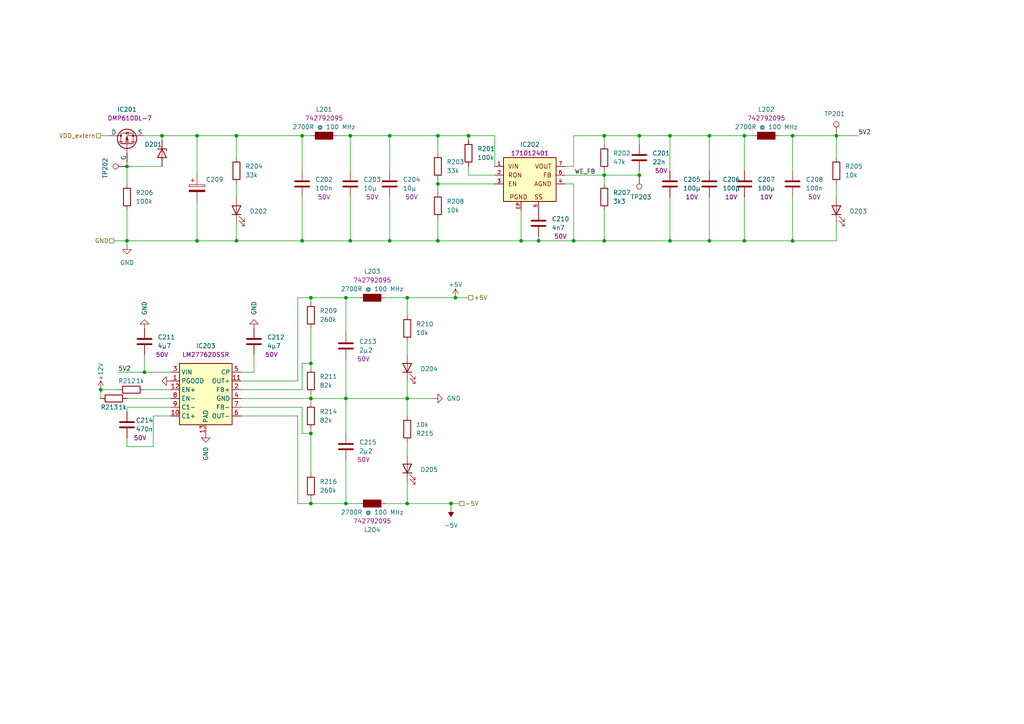
<source format=kicad_sch>
(kicad_sch (version 20230121) (generator eeschema)
  (paper "A4")
  (lib_symbols
    (symbol "BestParts_ICs:171020601-MAGI³C-VDRM" (pin_names (offset 1.016))
      (property "Reference" "IC" (at 0 10.16 0))
      (property "Part Number" "171012401" (at 0 8.89 0))
      (symbol "171020601-MAGI³C-VDRM_0_0"
        (rectangle (start -7.62 7.62) (end 7.62 -5.08) (stroke (width 0.254)) (fill (type background)))
        (text "AGND" (at 6.35 0 0) (effects (font (size 1.27 1.27)) (justify right)))
        (text "EN" (at -6.35 0 0) (effects (font (size 1.27 1.27)) (justify left)))
        (text "FB" (at 6.35 2.54 0) (effects (font (size 1.27 1.27)) (justify right)))
        (text "PGND" (at -3.302 -3.81 0) (effects (font (size 1.27 1.27))))
        (text "RON" (at -6.35 2.54 0) (effects (font (size 1.27 1.27)) (justify left)))
        (text "SS" (at 2.54 -3.81 0) (effects (font (size 1.27 1.27))))
        (text "VIN" (at -6.35 5.08 0) (effects (font (size 1.27 1.27)) (justify left)))
        (text "VOUT" (at 6.35 5.08 0) (effects (font (size 1.27 1.27)) (justify right)))
      )
      (symbol "171020601-MAGI³C-VDRM_1_0"
        (pin passive line (at -10.16 5.08 0) (length 2.54) (name "~") (number "1"))
        (pin passive line (at -10.16 2.54 0) (length 2.54) (name "~") (number "2"))
        (pin passive line (at -10.16 0 0) (length 2.54) (name "~") (number "3"))
        (pin passive line (at 10.16 0 180) (length 2.54) (name "~") (number "4"))
        (pin passive line (at 2.54 -7.62 90) (length 2.54) (name "~") (number "5"))
        (pin passive line (at 10.16 2.54 180) (length 2.54) (name "~") (number "6"))
        (pin passive line (at 10.16 5.08 180) (length 2.54) (name "~") (number "7"))
        (pin passive line (at -2.54 -7.62 90) (length 2.54) (name "~") (number "EP"))
      )
    )
    (symbol "BestParts_ICs:LM27762DSSR"
      (property "Reference" "IC203" (at 0 13.97 0))
      (property "Part Number" "LM27762DSSR" (at 0 11.43 0))
      (symbol "LM27762DSSR_1_1"
        (rectangle (start -7.62 8.89) (end 7.62 -8.89) (stroke (width 0.254)) (fill (type background)))
        (pin output line (at -10.16 3.81 0) (length 2.54) (name "PGOOD") (number "1"))
        (pin power_in line (at -10.16 -6.35 0) (length 2.54) (name "C1+") (number "10"))
        (pin power_in line (at 10.16 3.81 180) (length 2.54) (name "OUT+") (number "11"))
        (pin input line (at -10.16 1.27 0) (length 2.54) (name "EN+") (number "12"))
        (pin power_in line (at 0 -11.43 90) (length 2.54) (name "PAD") (number "13"))
        (pin power_in line (at 10.16 1.27 180) (length 2.54) (name "FB+") (number "2"))
        (pin power_in line (at -10.16 6.35 0) (length 2.54) (name "VIN") (number "3"))
        (pin power_in line (at 10.16 -1.27 180) (length 2.54) (name "GND") (number "4"))
        (pin power_in line (at 10.16 6.35 180) (length 2.54) (name "CP") (number "5"))
        (pin power_in line (at 10.16 -6.35 180) (length 2.54) (name "OUT-") (number "6"))
        (pin power_in line (at 10.16 -3.81 180) (length 2.54) (name "FB-") (number "7"))
        (pin input line (at -10.16 -1.27 0) (length 2.54) (name "EN-") (number "8"))
        (pin power_in line (at -10.16 -3.81 0) (length 2.54) (name "C1-") (number "9"))
      )
    )
    (symbol "Connector:TestPoint" (pin_numbers hide) (pin_names (offset 0.762) hide)
      (property "Reference" "TP" (at 0 6.858 0))
      (property "Value" "TestPoint" (at 0 5.08 0))
      (symbol "TestPoint_0_1"
        (circle (center 0 3.302) (radius 0.762))
      )
      (symbol "TestPoint_1_1"
        (pin passive line (at 0 0 90) (length 2.54) (name "1") (number "1"))
      )
    )
    (symbol "Device:C" (pin_numbers hide) (pin_names (offset 0.254))
      (property "Reference" "C" (at 0.635 2.54 0))
      (property "Value" "C" (at 0.635 -2.54 0))
      (symbol "C_0_1"
        (polyline (pts (xy -2.032 -0.762) (xy 2.032 -0.762)) (stroke (width 0.508)))
        (polyline (pts (xy -2.032 0.762) (xy 2.032 0.762)) (stroke (width 0.508)))
      )
      (symbol "C_1_1"
        (pin passive line (at 0 3.81 270) (length 2.794) (name "~") (number "1"))
        (pin passive line (at 0 -3.81 90) (length 2.794) (name "~") (number "2"))
      )
    )
    (symbol "Device:C_Polarized" (pin_numbers hide) (pin_names (offset 0.254))
      (property "Reference" "C" (at 0.635 2.54 0))
      (property "Value" "C_Polarized" (at 0.635 -2.54 0))
      (symbol "C_Polarized_0_1"
        (rectangle (start -2.286 0.508) (end 2.286 1.016))
        (polyline (pts (xy -1.778 2.286) (xy -0.762 2.286)))
        (polyline (pts (xy -1.27 2.794) (xy -1.27 1.778)))
        (rectangle (start 2.286 -0.508) (end -2.286 -1.016) (fill (type outline)))
      )
      (symbol "C_Polarized_1_1"
        (pin passive line (at 0 3.81 270) (length 2.794) (name "~") (number "1"))
        (pin passive line (at 0 -3.81 90) (length 2.794) (name "~") (number "2"))
      )
    )
    (symbol "Device:D_Zener" (pin_numbers hide) (pin_names (offset 1.016) hide)
      (property "Reference" "D" (at 0 2.54 0))
      (property "Value" "D_Zener" (at 0 -2.54 0))
      (symbol "D_Zener_0_1"
        (polyline (pts (xy 1.27 0) (xy -1.27 0)))
        (polyline (pts (xy -1.27 -1.27) (xy -1.27 1.27) (xy -0.762 1.27)) (stroke (width 0.254)))
        (polyline (pts (xy 1.27 -1.27) (xy 1.27 1.27) (xy -1.27 0) (xy 1.27 -1.27)) (stroke (width 0.254)))
      )
      (symbol "D_Zener_1_1"
        (pin passive line (at -3.81 0 0) (length 2.54) (name "K") (number "1"))
        (pin passive line (at 3.81 0 180) (length 2.54) (name "A") (number "2"))
      )
    )
    (symbol "Device:LED" (pin_numbers hide) (pin_names (offset 1.016) hide)
      (property "Reference" "D" (at 0 2.54 0))
      (property "Value" "LED" (at 0 -2.54 0))
      (symbol "LED_0_1"
        (polyline (pts (xy -1.27 -1.27) (xy -1.27 1.27)) (stroke (width 0.254)))
        (polyline (pts (xy -1.27 0) (xy 1.27 0)))
        (polyline (pts (xy 1.27 -1.27) (xy 1.27 1.27) (xy -1.27 0) (xy 1.27 -1.27)) (stroke (width 0.254)))
        (polyline (pts (xy -3.048 -0.762) (xy -4.572 -2.286) (xy -3.81 -2.286) (xy -4.572 -2.286) (xy -4.572 -1.524)))
        (polyline (pts (xy -1.778 -0.762) (xy -3.302 -2.286) (xy -2.54 -2.286) (xy -3.302 -2.286) (xy -3.302 -1.524)))
      )
      (symbol "LED_1_1"
        (pin passive line (at -3.81 0 0) (length 2.54) (name "K") (number "1"))
        (pin passive line (at 3.81 0 180) (length 2.54) (name "A") (number "2"))
      )
    )
    (symbol "Device:R" (pin_numbers hide) (pin_names (offset 0))
      (property "Reference" "R" (at 2.032 0 90))
      (property "Value" "R" (at 0 0 90))
      (symbol "R_0_1"
        (rectangle (start -1.016 -2.54) (end 1.016 2.54) (stroke (width 0.254)))
      )
      (symbol "R_1_1"
        (pin passive line (at 0 3.81 270) (length 1.27) (name "~") (number "1"))
        (pin passive line (at 0 -3.81 90) (length 1.27) (name "~") (number "2"))
      )
    )
    (symbol "Ferrit_1" (pin_numbers hide)
      (property "Reference" "L" (at 0 2.54 0))
      (symbol "Ferrit_1_1_1"
        (rectangle (start -2.54 1.016) (end 2.54 -1.016) (stroke (width 0.254)) (fill (type outline)))
        (pin passive line (at -3.81 0 0) (length 1.27) (name "") (number "1"))
        (pin passive line (at 3.81 0 180) (length 1.27) (name "") (number "2"))
      )
    )
    (symbol "Simulation_SPICE:PMOS" (pin_numbers hide) (pin_names (offset 0))
      (property "Reference" "IC201" (at 0 10.16 90))
      (property "Part Number" "DMP610DL-7 " (at -2.54 8.89 90))
      (symbol "PMOS_0_1"
        (polyline (pts (xy 0.254 0) (xy -2.54 0)))
        (polyline (pts (xy 0.254 1.905) (xy 0.254 -1.905)) (stroke (width 0.254)))
        (polyline (pts (xy 0.762 -1.27) (xy 0.762 -2.286)) (stroke (width 0.254)))
        (polyline (pts (xy 0.762 0.508) (xy 0.762 -0.508)) (stroke (width 0.254)))
        (polyline (pts (xy 0.762 2.286) (xy 0.762 1.27)) (stroke (width 0.254)))
        (polyline (pts (xy 2.54 2.54) (xy 2.54 1.778)))
        (polyline (pts (xy 2.54 -2.54) (xy 2.54 0) (xy 0.762 0)))
        (polyline (pts (xy 0.762 1.778) (xy 3.302 1.778) (xy 3.302 -1.778) (xy 0.762 -1.778)))
        (polyline (pts (xy 2.286 0) (xy 1.27 0.381) (xy 1.27 -0.381) (xy 2.286 0)) (fill (type outline)))
        (polyline (pts (xy 2.794 -0.508) (xy 2.921 -0.381) (xy 3.683 -0.381) (xy 3.81 -0.254)))
        (polyline (pts (xy 3.302 -0.381) (xy 2.921 0.254) (xy 3.683 0.254) (xy 3.302 -0.381)))
        (circle (center 1.651 0) (radius 2.794) (stroke (width 0.254)))
        (circle (center 2.54 -1.778) (radius 0.254) (fill (type outline)))
        (circle (center 2.54 1.778) (radius 0.254) (fill (type outline)))
      )
      (symbol "PMOS_1_1"
        (pin input line (at -5.08 0 0) (length 2.54) (name "G") (number "1"))
        (pin passive line (at 2.54 -5.08 90) (length 2.54) (name "S") (number "2"))
        (pin passive line (at 2.54 5.08 270) (length 2.54) (name "D") (number "3"))
      )
    )
    (symbol "power:+12V" (power) (pin_names (offset 0))
      (property "Value" "+12V" (at 0 3.556 0))
      (symbol "+12V_0_1"
        (polyline (pts (xy -0.762 1.27) (xy 0 2.54)))
        (polyline (pts (xy 0 0) (xy 0 2.54)))
        (polyline (pts (xy 0 2.54) (xy 0.762 1.27)))
      )
      (symbol "+12V_1_1"
        (pin power_in line (at 0 0 90) (length 0) hide (name "+12V") (number "1"))
      )
    )
    (symbol "power:+5V" (power) (pin_names (offset 0))
      (property "Value" "+5V" (at 0 3.556 0))
      (symbol "+5V_0_1"
        (polyline (pts (xy -0.762 1.27) (xy 0 2.54)))
        (polyline (pts (xy 0 0) (xy 0 2.54)))
        (polyline (pts (xy 0 2.54) (xy 0.762 1.27)))
      )
      (symbol "+5V_1_1"
        (pin power_in line (at 0 0 90) (length 0) hide (name "+5V") (number "1"))
      )
    )
    (symbol "power:-5V" (power) (pin_names (offset 0))
      (property "Value" "-5V" (at 0 3.81 0))
      (symbol "-5V_0_0"
        (pin power_in line (at 0 0 90) (length 0) hide (name "-5V") (number "1"))
      )
      (symbol "-5V_0_1"
        (polyline (pts (xy 0 0) (xy 0 1.27) (xy 0.762 1.27) (xy 0 2.54) (xy -0.762 1.27) (xy 0 1.27)) (fill (type outline)))
      )
    )
    (symbol "power:GND" (power) (pin_names (offset 0))
      (property "Value" "GND" (at 0 -3.81 0))
      (symbol "GND_0_1"
        (polyline (pts (xy 0 0) (xy 0 -1.27) (xy 1.27 -1.27) (xy 0 -2.54) (xy -1.27 -1.27) (xy 0 -1.27)))
      )
      (symbol "GND_1_1"
        (pin power_in line (at 0 0 270) (length 0) hide (name "GND") (number "1"))
      )
    )
  )
  (junction (at 68.58 69.85))
  (junction (at 205.74 39.37))
  (junction (at 156.21 69.85))
  (junction (at 194.31 69.85))
  (junction (at 242.57 39.37))
  (junction (at 166.37 69.85))
  (junction (at 57.15 69.85))
  (junction (at 100.33 115.57))
  (junction (at 90.17 146.05))
  (junction (at 175.26 50.8))
  (junction (at 113.03 39.37))
  (junction (at 36.83 48.26))
  (junction (at 87.63 69.85))
  (junction (at 57.15 39.37))
  (junction (at 215.9 69.85))
  (junction (at 185.42 50.8))
  (junction (at 205.74 69.85))
  (junction (at 127 39.37))
  (junction (at 29.21 113.03))
  (junction (at 118.11 146.05))
  (junction (at 185.42 39.37))
  (junction (at 90.17 125.73))
  (junction (at 194.31 39.37))
  (junction (at 151.13 69.85))
  (junction (at 100.33 86.36))
  (junction (at 132.08 86.36))
  (junction (at 46.99 39.37))
  (junction (at 215.9 39.37))
  (junction (at 175.26 69.85))
  (junction (at 90.17 105.41))
  (junction (at 87.63 39.37))
  (junction (at 118.11 115.57))
  (junction (at 36.83 69.85))
  (junction (at 127 53.34))
  (junction (at 90.17 86.36))
  (junction (at 127 69.85))
  (junction (at 68.58 39.37))
  (junction (at 101.6 69.85))
  (junction (at 41.91 107.95))
  (junction (at 175.26 39.37))
  (junction (at 101.6 39.37))
  (junction (at 100.33 146.05))
  (junction (at 229.87 39.37))
  (junction (at 118.11 86.36))
  (junction (at 229.87 69.85))
  (junction (at 135.89 39.37))
  (junction (at 130.81 146.05))
  (junction (at 113.03 69.85))
  (junction (at 90.17 115.57))
  (wire (pts (xy 175.26 49.53) (xy 175.26 50.8)))
  (wire (pts (xy 100.33 86.36) (xy 104.14 86.36)))
  (wire (pts (xy 87.63 105.41) (xy 90.17 105.41)))
  (wire (pts (xy 113.03 69.85) (xy 127 69.85)))
  (wire (pts (xy 100.33 133.35) (xy 100.33 146.05)))
  (wire (pts (xy 36.83 127) (xy 36.83 129.54)))
  (wire (pts (xy 29.21 39.37) (xy 31.75 39.37)))
  (wire (pts (xy 215.9 39.37) (xy 215.9 49.53)))
  (wire (pts (xy 36.83 115.57) (xy 49.53 115.57)))
  (wire (pts (xy 68.58 53.34) (xy 68.58 57.15)))
  (wire (pts (xy 194.31 69.85) (xy 205.74 69.85)))
  (wire (pts (xy 29.21 113.03) (xy 29.21 115.57)))
  (wire (pts (xy 44.45 120.65) (xy 44.45 129.54)))
  (wire (pts (xy 111.76 86.36) (xy 118.11 86.36)))
  (wire (pts (xy 118.11 110.49) (xy 118.11 115.57)))
  (wire (pts (xy 29.21 113.03) (xy 34.29 113.03)))
  (wire (pts (xy 36.83 60.96) (xy 36.83 69.85)))
  (wire (pts (xy 175.26 39.37) (xy 185.42 39.37)))
  (wire (pts (xy 111.76 146.05) (xy 118.11 146.05)))
  (wire (pts (xy 242.57 53.34) (xy 242.57 57.15)))
  (wire (pts (xy 36.83 129.54) (xy 44.45 129.54)))
  (wire (pts (xy 135.89 39.37) (xy 135.89 40.64)))
  (wire (pts (xy 41.91 102.87) (xy 41.91 107.95)))
  (wire (pts (xy 185.42 49.53) (xy 185.42 50.8)))
  (wire (pts (xy 33.02 69.85) (xy 36.83 69.85)))
  (wire (pts (xy 73.66 102.87) (xy 73.66 107.95)))
  (wire (pts (xy 90.17 124.46) (xy 90.17 125.73)))
  (wire (pts (xy 90.17 95.25) (xy 90.17 105.41)))
  (wire (pts (xy 166.37 69.85) (xy 175.26 69.85)))
  (wire (pts (xy 118.11 120.65) (xy 118.11 115.57)))
  (wire (pts (xy 175.26 69.85) (xy 194.31 69.85)))
  (wire (pts (xy 90.17 144.78) (xy 90.17 146.05)))
  (wire (pts (xy 36.83 46.99) (xy 36.83 48.26)))
  (wire (pts (xy 163.83 48.26) (xy 166.37 48.26)))
  (wire (pts (xy 36.83 48.26) (xy 46.99 48.26)))
  (wire (pts (xy 118.11 86.36) (xy 132.08 86.36)))
  (wire (pts (xy 113.03 39.37) (xy 127 39.37)))
  (wire (pts (xy 229.87 57.15) (xy 229.87 69.85)))
  (wire (pts (xy 166.37 53.34) (xy 166.37 69.85)))
  (wire (pts (xy 127 39.37) (xy 127 44.45)))
  (wire (pts (xy 163.83 53.34) (xy 166.37 53.34)))
  (wire (pts (xy 90.17 115.57) (xy 100.33 115.57)))
  (wire (pts (xy 166.37 39.37) (xy 175.26 39.37)))
  (wire (pts (xy 113.03 39.37) (xy 113.03 49.53)))
  (wire (pts (xy 41.91 113.03) (xy 49.53 113.03)))
  (wire (pts (xy 118.11 132.08) (xy 118.11 128.27)))
  (wire (pts (xy 69.85 113.03) (xy 87.63 113.03)))
  (wire (pts (xy 242.57 39.37) (xy 242.57 45.72)))
  (wire (pts (xy 132.08 86.36) (xy 135.89 86.36)))
  (wire (pts (xy 156.21 68.58) (xy 156.21 69.85)))
  (wire (pts (xy 175.26 50.8) (xy 185.42 50.8)))
  (wire (pts (xy 101.6 69.85) (xy 113.03 69.85)))
  (wire (pts (xy 156.21 69.85) (xy 166.37 69.85)))
  (wire (pts (xy 185.42 39.37) (xy 194.31 39.37)))
  (wire (pts (xy 86.36 86.36) (xy 90.17 86.36)))
  (wire (pts (xy 68.58 39.37) (xy 68.58 45.72)))
  (wire (pts (xy 205.74 39.37) (xy 205.74 49.53)))
  (wire (pts (xy 151.13 69.85) (xy 156.21 69.85)))
  (wire (pts (xy 86.36 120.65) (xy 86.36 146.05)))
  (wire (pts (xy 87.63 39.37) (xy 87.63 49.53)))
  (wire (pts (xy 100.33 104.14) (xy 100.33 115.57)))
  (wire (pts (xy 113.03 57.15) (xy 113.03 69.85)))
  (wire (pts (xy 36.83 71.12) (xy 36.83 69.85)))
  (wire (pts (xy 57.15 58.42) (xy 57.15 69.85)))
  (wire (pts (xy 118.11 86.36) (xy 118.11 91.44)))
  (wire (pts (xy 68.58 64.77) (xy 68.58 69.85)))
  (wire (pts (xy 100.33 115.57) (xy 118.11 115.57)))
  (wire (pts (xy 46.99 39.37) (xy 46.99 40.64)))
  (wire (pts (xy 194.31 39.37) (xy 194.31 49.53)))
  (wire (pts (xy 90.17 86.36) (xy 90.17 87.63)))
  (wire (pts (xy 166.37 39.37) (xy 166.37 48.26)))
  (wire (pts (xy 205.74 57.15) (xy 205.74 69.85)))
  (wire (pts (xy 163.83 50.8) (xy 175.26 50.8)))
  (wire (pts (xy 68.58 39.37) (xy 87.63 39.37)))
  (wire (pts (xy 215.9 39.37) (xy 218.44 39.37)))
  (wire (pts (xy 194.31 57.15) (xy 194.31 69.85)))
  (wire (pts (xy 127 69.85) (xy 151.13 69.85)))
  (wire (pts (xy 87.63 125.73) (xy 90.17 125.73)))
  (wire (pts (xy 215.9 57.15) (xy 215.9 69.85)))
  (wire (pts (xy 69.85 115.57) (xy 90.17 115.57)))
  (wire (pts (xy 100.33 86.36) (xy 100.33 96.52)))
  (wire (pts (xy 135.89 48.26) (xy 135.89 50.8)))
  (wire (pts (xy 127 63.5) (xy 127 69.85)))
  (wire (pts (xy 90.17 105.41) (xy 90.17 106.68)))
  (wire (pts (xy 87.63 39.37) (xy 90.17 39.37)))
  (wire (pts (xy 242.57 64.77) (xy 242.57 69.85)))
  (wire (pts (xy 57.15 69.85) (xy 68.58 69.85)))
  (wire (pts (xy 100.33 146.05) (xy 104.14 146.05)))
  (wire (pts (xy 127 52.07) (xy 127 53.34)))
  (wire (pts (xy 194.31 39.37) (xy 205.74 39.37)))
  (wire (pts (xy 242.57 39.37) (xy 248.92 39.37)))
  (wire (pts (xy 90.17 114.3) (xy 90.17 115.57)))
  (wire (pts (xy 69.85 107.95) (xy 73.66 107.95)))
  (wire (pts (xy 36.83 48.26) (xy 36.83 53.34)))
  (wire (pts (xy 69.85 120.65) (xy 86.36 120.65)))
  (wire (pts (xy 100.33 115.57) (xy 100.33 125.73)))
  (wire (pts (xy 68.58 69.85) (xy 87.63 69.85)))
  (wire (pts (xy 86.36 86.36) (xy 86.36 110.49)))
  (wire (pts (xy 229.87 39.37) (xy 229.87 49.53)))
  (wire (pts (xy 185.42 39.37) (xy 185.42 41.91)))
  (wire (pts (xy 205.74 39.37) (xy 215.9 39.37)))
  (wire (pts (xy 87.63 57.15) (xy 87.63 69.85)))
  (wire (pts (xy 87.63 69.85) (xy 101.6 69.85)))
  (wire (pts (xy 90.17 125.73) (xy 90.17 137.16)))
  (wire (pts (xy 135.89 50.8) (xy 143.51 50.8)))
  (wire (pts (xy 175.26 39.37) (xy 175.26 41.91)))
  (wire (pts (xy 118.11 99.06) (xy 118.11 102.87)))
  (wire (pts (xy 175.26 60.96) (xy 175.26 69.85)))
  (wire (pts (xy 90.17 146.05) (xy 100.33 146.05)))
  (wire (pts (xy 57.15 39.37) (xy 57.15 50.8)))
  (wire (pts (xy 143.51 39.37) (xy 143.51 48.26)))
  (wire (pts (xy 87.63 118.11) (xy 87.63 125.73)))
  (wire (pts (xy 36.83 69.85) (xy 57.15 69.85)))
  (wire (pts (xy 229.87 39.37) (xy 242.57 39.37)))
  (wire (pts (xy 46.99 39.37) (xy 57.15 39.37)))
  (wire (pts (xy 86.36 146.05) (xy 90.17 146.05)))
  (wire (pts (xy 101.6 39.37) (xy 113.03 39.37)))
  (wire (pts (xy 44.45 120.65) (xy 49.53 120.65)))
  (wire (pts (xy 118.11 115.57) (xy 125.73 115.57)))
  (wire (pts (xy 205.74 69.85) (xy 215.9 69.85)))
  (wire (pts (xy 151.13 60.96) (xy 151.13 69.85)))
  (wire (pts (xy 101.6 39.37) (xy 101.6 49.53)))
  (wire (pts (xy 130.81 146.05) (xy 133.35 146.05)))
  (wire (pts (xy 36.83 118.11) (xy 49.53 118.11)))
  (wire (pts (xy 175.26 50.8) (xy 175.26 53.34)))
  (wire (pts (xy 118.11 139.7) (xy 118.11 146.05)))
  (wire (pts (xy 69.85 118.11) (xy 87.63 118.11)))
  (wire (pts (xy 101.6 57.15) (xy 101.6 69.85)))
  (wire (pts (xy 36.83 118.11) (xy 36.83 119.38)))
  (wire (pts (xy 127 53.34) (xy 143.51 53.34)))
  (wire (pts (xy 34.29 107.95) (xy 41.91 107.95)))
  (wire (pts (xy 90.17 86.36) (xy 100.33 86.36)))
  (wire (pts (xy 41.91 39.37) (xy 46.99 39.37)))
  (wire (pts (xy 135.89 39.37) (xy 143.51 39.37)))
  (wire (pts (xy 215.9 69.85) (xy 229.87 69.85)))
  (wire (pts (xy 90.17 115.57) (xy 90.17 116.84)))
  (wire (pts (xy 97.79 39.37) (xy 101.6 39.37)))
  (wire (pts (xy 118.11 146.05) (xy 130.81 146.05)))
  (wire (pts (xy 69.85 110.49) (xy 86.36 110.49)))
  (wire (pts (xy 41.91 107.95) (xy 49.53 107.95)))
  (wire (pts (xy 226.06 39.37) (xy 229.87 39.37)))
  (wire (pts (xy 87.63 105.41) (xy 87.63 113.03)))
  (wire (pts (xy 127 39.37) (xy 135.89 39.37)))
  (wire (pts (xy 127 53.34) (xy 127 55.88)))
  (wire (pts (xy 229.87 69.85) (xy 242.57 69.85)))
  (wire (pts (xy 130.81 147.32) (xy 130.81 146.05)))
  (wire (pts (xy 57.15 39.37) (xy 68.58 39.37)))
  (label "5V2" (at 248.92 39.37 0))
  (label "WE_FB" (at 172.72 50.8 180))
  (label "5V2" (at 34.29 107.95 0))
  (hierarchical_label "VDD_extern" (shape passive) (at 29.21 39.37 180))
  (hierarchical_label "+5V" (shape passive) (at 135.89 86.36 0))
  (hierarchical_label "-5V" (shape passive) (at 133.35 146.05 0))
  (hierarchical_label "GND" (shape passive) (at 33.02 69.85 180))
  (symbol (lib_id "Device:D_Zener") (at 46.99 44.45 270) (unit 1)
    (property "Reference" "D201" (at 41.91 41.91 90) (effects (justify left)))
    (property "Value" "*" (effects hide))
    (property "Footprint" "BestParts_Diodes:D_SOD-323" (effects hide))
  )
  (symbol (lib_id "Device:C") (at 215.9 53.34 0) (unit 1)
    (property "Reference" "C207" (at 219.71 52.07 0) (effects (justify left)))
    (property "Value" "100µ" (at 219.71 54.61 0) (effects (justify left)))
    (property "Footprint" "BestParts_Caps:C_1206" (effects hide))
    (property "Voltage" "10V" (at 222.25 57.15 0))
  )
  (symbol (lib_id "Device:C") (at 185.42 45.72 0) (unit 1)
    (property "Reference" "C201" (at 189.23 44.45 0) (effects (justify left)))
    (property "Value" "22n" (at 189.23 46.99 0) (effects (justify left)))
    (property "Footprint" "BestParts_Caps:C_0603" (effects hide))
    (property "Voltage" "50V" (at 191.77 49.53 0))
  )
  (symbol (lib_id "power:-5V") (at 130.81 147.32 180) (unit 1)
    (property "Reference" "#PWR0211" (effects hide))
    (property "Value" "-5V" (at 130.81 152.4 0))
  )
  (symbol (lib_name "Ferrit_1") (lib_id "BestParts_Inductors:Ferrit") (at 93.98 39.37 0) (unit 1)
    (property "Reference" "L201" (at 93.98 31.75 0))
    (property "Value" "2700R @ 100 MHz" (at 93.98 36.83 0))
    (property "Footprint" "BestParts_Resistors:R_0805" (effects hide))
    (property "Part Number" "742792095" (at 93.98 34.29 0))
  )
  (symbol (lib_id "power:GND") (at 36.83 71.12 0) (unit 1)
    (property "Reference" "#PWR0202" (effects hide))
    (property "Value" "GND" (at 36.83 76.2 0))
  )
  (symbol (lib_id "Device:R") (at 90.17 140.97 0) (unit 1)
    (property "Reference" "R216" (at 92.71 139.7 0) (effects (justify left)))
    (property "Value" "260k" (at 92.71 142.24 0) (effects (justify left)))
    (property "Footprint" "BestParts_Resistors:R_0603" (effects hide))
    (property "Part Number" "Generic" (effects hide))
  )
  (symbol (lib_id "power:GND") (at 125.73 115.57 90) (unit 1)
    (property "Reference" "#PWR0209" (effects hide))
    (property "Value" "GND" (at 129.54 115.57 90) (effects (justify right)))
  )
  (symbol (lib_id "Device:R") (at 118.11 124.46 0) (mirror x) (unit 1)
    (property "Reference" "R215" (at 120.65 125.73 0) (effects (justify left)))
    (property "Value" "10k" (at 120.65 123.19 0) (effects (justify left)))
    (property "Footprint" "BestParts_Resistors:R_0603" (effects hide))
    (property "Part Number" "Generic" (effects hide))
  )
  (symbol (lib_id "Device:R") (at 118.11 95.25 0) (unit 1)
    (property "Reference" "R210" (at 120.65 93.98 0) (effects (justify left)))
    (property "Value" "10k" (at 120.65 96.52 0) (effects (justify left)))
    (property "Footprint" "BestParts_Resistors:R_0603" (effects hide))
    (property "Part Number" "Generic" (effects hide))
  )
  (symbol (lib_id "Device:C_Polarized") (at 57.15 54.61 0) (unit 1)
    (property "Reference" "C209" (at 59.69 52.07 0) (effects (justify left)))
    (property "Value" "*" (effects hide))
    (property "Footprint" "BestParts_Caps:C_1206" (effects hide))
  )
  (symbol (lib_id "BestParts_ICs:171020601-MAGI³C-VDRM") (at 153.67 53.34 0) (unit 1)
    (property "Reference" "IC202" (at 153.67 41.91 0))
    (property "Value" "*" (effects hide))
    (property "Footprint" "BestParts_ICs:MAGI³C-VDRM - TO263-7EP" (effects hide))
    (property "Datasheet" "https://www.we-online.com/components/products/datasheet/171012401.pdf" (effects hide))
    (property "Part Number" "171012401" (at 153.67 44.45 0))
  )
  (symbol (lib_id "Device:LED") (at 118.11 106.68 90) (unit 1)
    (property "Reference" "D204" (at 121.92 106.9975 90) (effects (justify right)))
    (property "Value" "*" (effects hide))
    (property "Footprint" "BestParts_Diodes:D_0603" (effects hide))
  )
  (symbol (lib_id "Device:C") (at 41.91 99.06 0) (unit 1)
    (property "Reference" "C211" (at 45.72 97.79 0) (effects (justify left)))
    (property "Value" "4µ7" (at 45.72 100.33 0) (effects (justify left)))
    (property "Footprint" "BestParts_Caps:C_1206" (effects hide))
    (property "Voltage" "50V" (at 46.99 102.87 0))
  )
  (symbol (lib_id "Simulation_SPICE:PMOS") (at 36.83 41.91 90) (unit 1)
    (property "Reference" "IC201" (at 36.83 31.75 90))
    (property "Value" "*" (effects hide))
    (property "Footprint" "BestParts_ICs:DMP610 - SOT-23-3" (effects hide))
    (property "Part Number" "DMP610DL-7 " (at 38.1 34.29 90))
  )
  (symbol (lib_id "Device:LED") (at 242.57 60.96 90) (unit 1)
    (property "Reference" "D203" (at 246.38 61.2775 90) (effects (justify right)))
    (property "Value" "*" (effects hide))
    (property "Footprint" "BestParts_Diodes:D_0603" (effects hide))
  )
  (symbol (lib_id "Device:R") (at 175.26 45.72 0) (unit 1)
    (property "Reference" "R202" (at 177.8 44.45 0) (effects (justify left)))
    (property "Value" "47k" (at 177.8 46.99 0) (effects (justify left)))
    (property "Footprint" "BestParts_Resistors:R_0603" (effects hide))
    (property "Part Number" "Generic" (effects hide))
  )
  (symbol (lib_id "Device:R") (at 68.58 49.53 0) (unit 1)
    (property "Reference" "R204" (at 71.12 48.26 0) (effects (justify left)))
    (property "Value" "33k" (at 71.12 50.8 0) (effects (justify left)))
    (property "Footprint" "BestParts_Resistors:R_0603" (effects hide))
    (property "Part Number" "Generic" (effects hide))
  )
  (symbol (lib_id "Device:C") (at 156.21 64.77 0) (unit 1)
    (property "Reference" "C210" (at 160.02 63.5 0) (effects (justify left)))
    (property "Value" "4n7" (at 160.02 66.04 0) (effects (justify left)))
    (property "Footprint" "BestParts_Caps:C_0603" (effects hide))
    (property "Voltage" "50V" (at 162.56 68.58 0))
  )
  (symbol (lib_id "Device:R") (at 135.89 44.45 0) (unit 1)
    (property "Reference" "R201" (at 138.43 43.18 0) (effects (justify left)))
    (property "Value" "100k" (at 138.43 45.72 0) (effects (justify left)))
    (property "Footprint" "BestParts_Resistors:R_0603" (effects hide))
    (property "Part Number" "Generic" (effects hide))
  )
  (symbol (lib_id "power:GND") (at 49.53 110.49 270) (unit 1)
    (property "Reference" "#PWR0207" (effects hide))
    (property "Value" "GND" (effects hide))
  )
  (symbol (lib_id "Device:R") (at 36.83 57.15 0) (unit 1)
    (property "Reference" "R206" (at 39.37 55.88 0) (effects (justify left)))
    (property "Value" "100k" (at 39.37 58.42 0) (effects (justify left)))
    (property "Footprint" "BestParts_Resistors:R_0603" (effects hide))
    (property "Part Number" "Generic" (effects hide))
  )
  (symbol (lib_id "Device:C") (at 100.33 100.33 0) (unit 1)
    (property "Reference" "C213" (at 104.14 99.06 0) (effects (justify left)))
    (property "Value" "2µ2" (at 104.14 101.6 0) (effects (justify left)))
    (property "Footprint" "BestParts_Caps:C_0603" (effects hide))
    (property "Voltage" "50V" (at 105.41 104.14 0))
  )
  (symbol (lib_id "power:+5V") (at 132.08 86.36 0) (unit 1)
    (property "Reference" "#PWR0203" (effects hide))
    (property "Value" "+5V" (at 132.08 82.55 0))
  )
  (symbol (lib_id "power:GND") (at 59.69 125.73 0) (unit 1)
    (property "Reference" "#PWR0210" (effects hide))
    (property "Value" "GND" (at 59.69 129.54 90) (effects (justify right)))
  )
  (symbol (lib_id "Connector:TestPoint") (at 36.83 48.26 90) (unit 1)
    (property "Reference" "TP202" (at 30.48 45.72 0) (effects (justify right)))
    (property "Value" "*" (effects hide))
    (property "Footprint" "TestPoint:TestPoint_Pad_D1.5mm" (effects hide))
  )
  (symbol (lib_id "Device:R") (at 127 48.26 0) (unit 1)
    (property "Reference" "R203" (at 129.54 46.99 0) (effects (justify left)))
    (property "Value" "33k" (at 129.54 49.53 0) (effects (justify left)))
    (property "Footprint" "BestParts_Resistors:R_0603" (effects hide))
    (property "Part Number" "Generic" (effects hide))
  )
  (symbol (lib_id "Device:R") (at 90.17 91.44 0) (unit 1)
    (property "Reference" "R209" (at 92.71 90.17 0) (effects (justify left)))
    (property "Value" "260k" (at 92.71 92.71 0) (effects (justify left)))
    (property "Footprint" "BestParts_Resistors:R_0603" (effects hide))
    (property "Part Number" "Generic" (effects hide))
  )
  (symbol (lib_id "power:GND") (at 41.91 95.25 180) (unit 1)
    (property "Reference" "#PWR0204" (effects hide))
    (property "Value" "GND" (at 41.91 91.44 90) (effects (justify right)))
  )
  (symbol (lib_id "power:+12V") (at 29.21 113.03 0) (unit 1)
    (property "Reference" "#PWR0208" (effects hide))
    (property "Value" "+12V" (at 29.21 110.49 90) (effects (justify left)))
  )
  (symbol (lib_id "Device:R") (at 90.17 120.65 0) (unit 1)
    (property "Reference" "R214" (at 92.71 119.38 0) (effects (justify left)))
    (property "Value" "82k" (at 92.71 121.92 0) (effects (justify left)))
    (property "Footprint" "BestParts_Resistors:R_0603" (effects hide))
    (property "Part Number" "Generic" (effects hide))
  )
  (symbol (lib_name "Ferrit_1") (lib_id "BestParts_Inductors:Ferrit") (at 222.25 39.37 0) (unit 1)
    (property "Reference" "L202" (at 222.25 31.75 0))
    (property "Value" "2700R @ 100 MHz" (at 222.25 36.83 0))
    (property "Footprint" "BestParts_Resistors:R_0805" (effects hide))
    (property "Part Number" "742792095" (at 222.25 34.29 0))
  )
  (symbol (lib_id "Device:R") (at 90.17 110.49 0) (unit 1)
    (property "Reference" "R211" (at 92.71 109.22 0) (effects (justify left)))
    (property "Value" "82k" (at 92.71 111.76 0) (effects (justify left)))
    (property "Footprint" "BestParts_Resistors:R_0603" (effects hide))
    (property "Part Number" "Generic" (effects hide))
  )
  (symbol (lib_id "Device:C") (at 205.74 53.34 0) (unit 1)
    (property "Reference" "C206" (at 209.55 52.07 0) (effects (justify left)))
    (property "Value" "100µ" (at 209.55 54.61 0) (effects (justify left)))
    (property "Footprint" "BestParts_Caps:C_1206" (effects hide))
    (property "Voltage" "10V" (at 212.09 57.15 0))
  )
  (symbol (lib_id "Device:R") (at 33.02 115.57 90) (mirror x) (unit 1)
    (property "Reference" "R213" (at 31.75 118.11 90))
    (property "Value" "1k" (at 35.56 118.11 90))
    (property "Footprint" "BestParts_Resistors:R_0603" (effects hide))
    (property "Part Number" "Generic" (effects hide))
  )
  (symbol (lib_id "Device:C") (at 113.03 53.34 0) (unit 1)
    (property "Reference" "C204" (at 116.84 52.07 0) (effects (justify left)))
    (property "Value" "10µ" (at 116.84 54.61 0) (effects (justify left)))
    (property "Footprint" "BestParts_Caps:C_1206" (effects hide))
    (property "Voltage" "50V" (at 119.38 57.15 0))
  )
  (symbol (lib_id "Device:R") (at 175.26 57.15 0) (unit 1)
    (property "Reference" "R207" (at 177.8 55.88 0) (effects (justify left)))
    (property "Value" "3k3" (at 177.8 58.42 0) (effects (justify left)))
    (property "Footprint" "BestParts_Resistors:R_0603" (effects hide))
    (property "Part Number" "Generic" (effects hide))
  )
  (symbol (lib_id "Device:R") (at 242.57 49.53 0) (unit 1)
    (property "Reference" "R205" (at 245.11 48.26 0) (effects (justify left)))
    (property "Value" "10k" (at 245.11 50.8 0) (effects (justify left)))
    (property "Footprint" "BestParts_Resistors:R_0603" (effects hide))
    (property "Part Number" "Generic" (effects hide))
  )
  (symbol (lib_id "Connector:TestPoint") (at 242.57 39.37 0) (unit 1)
    (property "Reference" "TP201" (at 245.11 33.02 0) (effects (justify right)))
    (property "Value" "*" (effects hide))
    (property "Footprint" "TestPoint:TestPoint_Pad_D1.5mm" (effects hide))
  )
  (symbol (lib_id "Device:C") (at 36.83 123.19 0) (unit 1)
    (property "Reference" "C214" (at 39.37 121.92 0) (effects (justify left)))
    (property "Value" "470n" (at 39.37 124.46 0) (effects (justify left)))
    (property "Footprint" "BestParts_Caps:C_0603" (effects hide))
    (property "Voltage" "50V" (at 40.64 127 0))
  )
  (symbol (lib_id "Device:C") (at 194.31 53.34 0) (unit 1)
    (property "Reference" "C205" (at 198.12 52.07 0) (effects (justify left)))
    (property "Value" "100µ" (at 198.12 54.61 0) (effects (justify left)))
    (property "Footprint" "BestParts_Caps:C_1206" (effects hide))
    (property "Voltage" "10V" (at 200.66 57.15 0))
  )
  (symbol (lib_id "Device:LED") (at 118.11 135.89 90) (unit 1)
    (property "Reference" "D205" (at 121.92 136.2075 90) (effects (justify right)))
    (property "Value" "*" (effects hide))
    (property "Footprint" "BestParts_Diodes:D_0603" (effects hide))
  )
  (symbol (lib_id "Device:C") (at 73.66 99.06 0) (unit 1)
    (property "Reference" "C212" (at 77.47 97.79 0) (effects (justify left)))
    (property "Value" "4µ7" (at 77.47 100.33 0) (effects (justify left)))
    (property "Footprint" "BestParts_Caps:C_1206" (effects hide))
    (property "Voltage" "50V" (at 78.74 102.87 0))
  )
  (symbol (lib_name "Ferrit_1") (lib_id "BestParts_Inductors:Ferrit") (at 107.95 146.05 0) (mirror x) (unit 1)
    (property "Reference" "L204" (at 107.95 153.67 0))
    (property "Value" "2700R @ 100 MHz" (at 107.95 148.59 0))
    (property "Footprint" "BestParts_Resistors:R_0805" (effects hide))
    (property "Part Number" "742792095" (at 107.95 151.13 0))
  )
  (symbol (lib_id "Device:R") (at 38.1 113.03 90) (unit 1)
    (property "Reference" "R212" (at 36.83 110.49 90))
    (property "Value" "1k" (at 40.64 110.49 90))
    (property "Footprint" "BestParts_Resistors:R_0603" (effects hide))
    (property "Part Number" "Generic" (effects hide))
  )
  (symbol (lib_id "Connector:TestPoint") (at 185.42 50.8 180) (unit 1)
    (property "Reference" "TP203" (at 182.88 57.15 0) (effects (justify right)))
    (property "Value" "*" (effects hide))
    (property "Footprint" "TestPoint:TestPoint_Pad_D1.5mm" (effects hide))
  )
  (symbol (lib_id "Device:C") (at 101.6 53.34 0) (unit 1)
    (property "Reference" "C203" (at 105.41 52.07 0) (effects (justify left)))
    (property "Value" "10µ" (at 105.41 54.61 0) (effects (justify left)))
    (property "Footprint" "BestParts_Caps:C_1206" (effects hide))
    (property "Voltage" "50V" (at 107.95 57.15 0))
  )
  (symbol (lib_id "Device:R") (at 127 59.69 0) (unit 1)
    (property "Reference" "R208" (at 129.54 58.42 0) (effects (justify left)))
    (property "Value" "10k" (at 129.54 60.96 0) (effects (justify left)))
    (property "Footprint" "BestParts_Resistors:R_0603" (effects hide))
    (property "Part Number" "Generic" (effects hide))
  )
  (symbol (lib_name "Ferrit_1") (lib_id "BestParts_Inductors:Ferrit") (at 107.95 86.36 0) (unit 1)
    (property "Reference" "L203" (at 107.95 78.74 0))
    (property "Value" "2700R @ 100 MHz" (at 107.95 83.82 0))
    (property "Footprint" "BestParts_Resistors:R_0805" (effects hide))
    (property "Part Number" "742792095" (at 107.95 81.28 0))
  )
  (symbol (lib_id "Device:C") (at 100.33 129.54 0) (unit 1)
    (property "Reference" "C215" (at 104.14 128.27 0) (effects (justify left)))
    (property "Value" "2µ2" (at 104.14 130.81 0) (effects (justify left)))
    (property "Footprint" "BestParts_Caps:C_0603" (effects hide))
    (property "Voltage" "50V" (at 105.41 133.35 0))
  )
  (symbol (lib_id "power:GND") (at 73.66 95.25 180) (unit 1)
    (property "Reference" "#PWR0205" (effects hide))
    (property "Value" "GND" (at 73.66 91.44 90) (effects (justify right)))
  )
  (symbol (lib_id "BestParts_ICs:LM27762DSSR") (at 59.69 114.3 0) (unit 1)
    (property "Reference" "IC203" (at 59.69 100.33 0))
    (property "Value" "*" (effects hide))
    (property "Footprint" "BestParts_ICs:LM27762 - WSON-12" (effects hide))
    (property "Datasheet" "https://www.ti.com/lit/ds/symlink/lm27762.pdf" (effects hide))
    (property "Part Number" "LM27762DSSR" (at 59.69 102.87 0))
  )
  (symbol (lib_id "Device:C") (at 87.63 53.34 0) (unit 1)
    (property "Reference" "C202" (at 91.44 52.07 0) (effects (justify left)))
    (property "Value" "100n" (at 91.44 54.61 0) (effects (justify left)))
    (property "Footprint" "BestParts_Caps:C_0603" (effects hide))
    (property "Voltage" "50V" (at 93.98 57.15 0))
  )
  (symbol (lib_id "Device:LED") (at 68.58 60.96 90) (unit 1)
    (property "Reference" "D202" (at 72.39 61.2775 90) (effects (justify right)))
    (property "Value" "*" (effects hide))
    (property "Footprint" "BestParts_Diodes:D_0603" (effects hide))
  )
  (symbol (lib_id "Device:C") (at 229.87 53.34 0) (unit 1)
    (property "Reference" "C208" (at 233.68 52.07 0) (effects (justify left)))
    (property "Value" "100n" (at 233.68 54.61 0) (effects (justify left)))
    (property "Footprint" "BestParts_Caps:C_0603" (effects hide))
    (property "Voltage" "50V" (at 236.22 57.15 0))
  )
)
</source>
